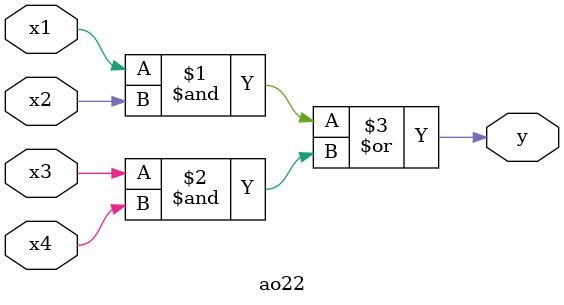
<source format=v>
module ao22(x1, x2, x3, x4, y);
    input   x1, x2, x3, x4;
    output  y;

    assign y = (x1 & x2) | (x3 & x4);
endmodule

</source>
